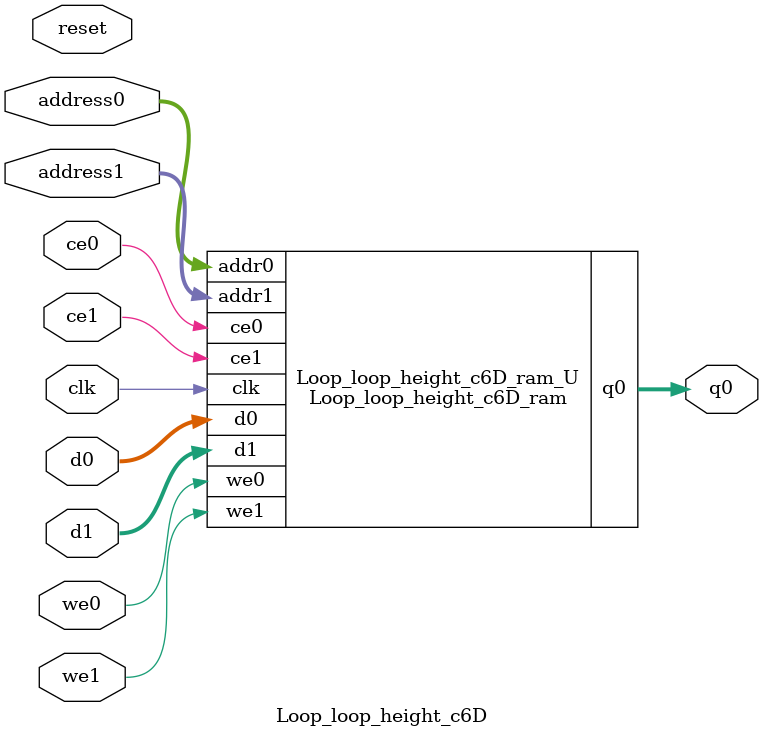
<source format=v>
`timescale 1 ns / 1 ps
module Loop_loop_height_c6D_ram (addr0, ce0, d0, we0, q0, addr1, ce1, d1, we1,  clk);

parameter DWIDTH = 16;
parameter AWIDTH = 9;
parameter MEM_SIZE = 480;

input[AWIDTH-1:0] addr0;
input ce0;
input[DWIDTH-1:0] d0;
input we0;
output reg[DWIDTH-1:0] q0;
input[AWIDTH-1:0] addr1;
input ce1;
input[DWIDTH-1:0] d1;
input we1;
input clk;

(* ram_style = "block" *)reg [DWIDTH-1:0] ram[0:MEM_SIZE-1];




always @(posedge clk)  
begin 
    if (ce0) begin
        if (we0) 
            ram[addr0] <= d0; 
        q0 <= ram[addr0];
    end
end


always @(posedge clk)  
begin 
    if (ce1) begin
        if (we1) 
            ram[addr1] <= d1; 
    end
end


endmodule

`timescale 1 ns / 1 ps
module Loop_loop_height_c6D(
    reset,
    clk,
    address0,
    ce0,
    we0,
    d0,
    q0,
    address1,
    ce1,
    we1,
    d1);

parameter DataWidth = 32'd16;
parameter AddressRange = 32'd480;
parameter AddressWidth = 32'd9;
input reset;
input clk;
input[AddressWidth - 1:0] address0;
input ce0;
input we0;
input[DataWidth - 1:0] d0;
output[DataWidth - 1:0] q0;
input[AddressWidth - 1:0] address1;
input ce1;
input we1;
input[DataWidth - 1:0] d1;



Loop_loop_height_c6D_ram Loop_loop_height_c6D_ram_U(
    .clk( clk ),
    .addr0( address0 ),
    .ce0( ce0 ),
    .we0( we0 ),
    .d0( d0 ),
    .q0( q0 ),
    .addr1( address1 ),
    .ce1( ce1 ),
    .we1( we1 ),
    .d1( d1 ));

endmodule


</source>
